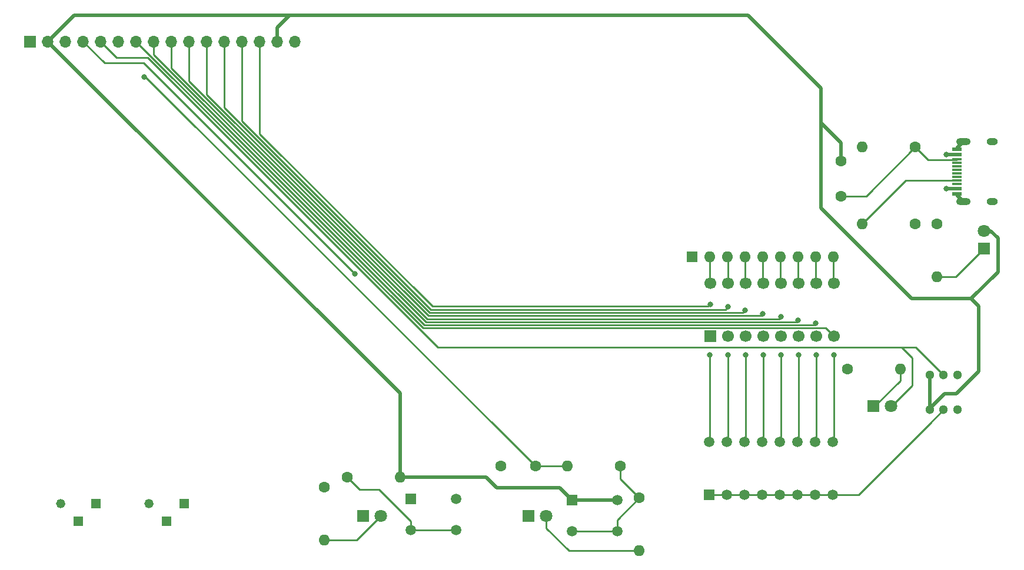
<source format=gtl>
%TF.GenerationSoftware,KiCad,Pcbnew,7.0.10*%
%TF.CreationDate,2024-03-01T13:38:29-08:00*%
%TF.ProjectId,hd44780_tutorial,68643434-3738-4305-9f74-75746f726961,0.9.03*%
%TF.SameCoordinates,Original*%
%TF.FileFunction,Copper,L1,Top*%
%TF.FilePolarity,Positive*%
%FSLAX46Y46*%
G04 Gerber Fmt 4.6, Leading zero omitted, Abs format (unit mm)*
G04 Created by KiCad (PCBNEW 7.0.10) date 2024-03-01 13:38:29*
%MOMM*%
%LPD*%
G01*
G04 APERTURE LIST*
%TA.AperFunction,ComponentPad*%
%ADD10R,1.508000X1.508000*%
%TD*%
%TA.AperFunction,ComponentPad*%
%ADD11C,1.508000*%
%TD*%
%TA.AperFunction,ComponentPad*%
%ADD12C,1.320800*%
%TD*%
%TA.AperFunction,ComponentPad*%
%ADD13R,1.320800X1.320800*%
%TD*%
%TA.AperFunction,ComponentPad*%
%ADD14C,1.600000*%
%TD*%
%TA.AperFunction,ComponentPad*%
%ADD15O,1.600000X1.600000*%
%TD*%
%TA.AperFunction,SMDPad,CuDef*%
%ADD16R,1.450000X0.600000*%
%TD*%
%TA.AperFunction,SMDPad,CuDef*%
%ADD17R,1.450000X0.300000*%
%TD*%
%TA.AperFunction,ComponentPad*%
%ADD18O,2.100000X1.000000*%
%TD*%
%TA.AperFunction,ComponentPad*%
%ADD19O,1.600000X1.000000*%
%TD*%
%TA.AperFunction,ComponentPad*%
%ADD20R,1.800000X1.800000*%
%TD*%
%TA.AperFunction,ComponentPad*%
%ADD21C,1.800000*%
%TD*%
%TA.AperFunction,ComponentPad*%
%ADD22R,1.700000X1.700000*%
%TD*%
%TA.AperFunction,ComponentPad*%
%ADD23O,1.700000X1.700000*%
%TD*%
%TA.AperFunction,ComponentPad*%
%ADD24C,1.700000*%
%TD*%
%TA.AperFunction,ComponentPad*%
%ADD25R,1.600000X1.600000*%
%TD*%
%TA.AperFunction,ComponentPad*%
%ADD26C,1.300000*%
%TD*%
%TA.AperFunction,ViaPad*%
%ADD27C,0.800000*%
%TD*%
%TA.AperFunction,Conductor*%
%ADD28C,0.500000*%
%TD*%
%TA.AperFunction,Conductor*%
%ADD29C,0.250000*%
%TD*%
G04 APERTURE END LIST*
D10*
%TO.P,SW1,1*%
%TO.N,GND*%
X131700000Y-118090000D03*
D11*
%TO.P,SW1,2*%
X138200000Y-118090000D03*
%TO.P,SW1,3*%
%TO.N,/RS*%
X131700000Y-122590000D03*
%TO.P,SW1,4*%
X138200000Y-122590000D03*
%TD*%
D12*
%TO.P,RV1,1,1*%
%TO.N,unconnected-(RV1-Pad1)*%
X81280000Y-118745000D03*
D13*
%TO.P,RV1,2,2*%
%TO.N,/V0*%
X83820000Y-121285000D03*
%TO.P,RV1,3,3*%
%TO.N,GND*%
X86360000Y-118745000D03*
%TD*%
D14*
%TO.P,C2,1*%
%TO.N,+5V*%
X193560000Y-69420000D03*
%TO.P,C2,2*%
%TO.N,Net-(C2-Pad2)*%
X193560000Y-74420000D03*
%TD*%
%TO.P,R2,1*%
%TO.N,Net-(R2-Pad1)*%
X161830000Y-113330000D03*
D15*
%TO.P,R2,2*%
%TO.N,/E*%
X154210000Y-113330000D03*
%TD*%
D14*
%TO.P,C1,1*%
%TO.N,/E*%
X149620000Y-113350000D03*
%TO.P,C1,2*%
%TO.N,GND*%
X144620000Y-113350000D03*
%TD*%
D16*
%TO.P,J2,A1*%
%TO.N,GND*%
X210235000Y-74155000D03*
%TO.P,J2,A4*%
%TO.N,+5V*%
X210235000Y-73355000D03*
D17*
%TO.P,J2,A5*%
%TO.N,Net-(J2-PadA5)*%
X210235000Y-72155000D03*
%TO.P,J2,A6*%
%TO.N,unconnected-(J2-PadA6)*%
X210235000Y-71155000D03*
%TO.P,J2,A7*%
%TO.N,unconnected-(J2-PadA7)*%
X210235000Y-70655000D03*
%TO.P,J2,A8*%
%TO.N,unconnected-(J2-PadA8)*%
X210235000Y-69655000D03*
D16*
%TO.P,J2,A9*%
%TO.N,+5V*%
X210235000Y-68455000D03*
%TO.P,J2,A12*%
%TO.N,GND*%
X210235000Y-67655000D03*
%TO.P,J2,B1*%
X210235000Y-67655000D03*
%TO.P,J2,B4*%
%TO.N,+5V*%
X210235000Y-68455000D03*
D17*
%TO.P,J2,B5*%
%TO.N,Net-(C2-Pad2)*%
X210235000Y-69155000D03*
%TO.P,J2,B6*%
%TO.N,unconnected-(J2-PadB6)*%
X210235000Y-70155000D03*
%TO.P,J2,B7*%
%TO.N,unconnected-(J2-PadB7)*%
X210235000Y-71655000D03*
%TO.P,J2,B8*%
%TO.N,unconnected-(J2-PadB8)*%
X210235000Y-72655000D03*
D16*
%TO.P,J2,B9*%
%TO.N,+5V*%
X210235000Y-73355000D03*
%TO.P,J2,B12*%
%TO.N,GND*%
X210235000Y-74155000D03*
D18*
%TO.P,J2,S1*%
X211150000Y-75225000D03*
D19*
X215330000Y-75225000D03*
D18*
X211150000Y-66585000D03*
D19*
X215330000Y-66585000D03*
%TD*%
D14*
%TO.P,R9,1*%
%TO.N,Net-(R2-Pad1)*%
X164540000Y-117930000D03*
D15*
%TO.P,R9,2*%
%TO.N,Net-(D2-A)*%
X164540000Y-125550000D03*
%TD*%
D20*
%TO.P,D1,1,K*%
%TO.N,GND*%
X124835000Y-120490000D03*
D21*
%TO.P,D1,2,A*%
%TO.N,Net-(D1-A)*%
X127375000Y-120490000D03*
%TD*%
D14*
%TO.P,R6,1*%
%TO.N,GND*%
X207404200Y-78410200D03*
D15*
%TO.P,R6,2*%
%TO.N,Net-(D4-K)*%
X207404200Y-86030200D03*
%TD*%
D20*
%TO.P,D2,1,K*%
%TO.N,GND*%
X148615000Y-120520000D03*
D21*
%TO.P,D2,2,A*%
%TO.N,Net-(D2-A)*%
X151155000Y-120520000D03*
%TD*%
D14*
%TO.P,R8,1*%
%TO.N,GND*%
X204220000Y-78460000D03*
D15*
%TO.P,R8,2*%
%TO.N,Net-(J2-PadA5)*%
X196600000Y-78460000D03*
%TD*%
D22*
%TO.P,J1,1,Pin_1*%
%TO.N,GND*%
X76936600Y-52171600D03*
D23*
%TO.P,J1,2,Pin_2*%
%TO.N,+5V*%
X79476600Y-52171600D03*
%TO.P,J1,3,Pin_3*%
%TO.N,/V0*%
X82016600Y-52171600D03*
%TO.P,J1,4,Pin_4*%
%TO.N,/RS*%
X84556600Y-52171600D03*
%TO.P,J1,5,Pin_5*%
%TO.N,/RW*%
X87096600Y-52171600D03*
%TO.P,J1,6,Pin_6*%
%TO.N,/E*%
X89636600Y-52171600D03*
%TO.P,J1,7,Pin_7*%
%TO.N,/D0*%
X92176600Y-52171600D03*
%TO.P,J1,8,Pin_8*%
%TO.N,/D1*%
X94716600Y-52171600D03*
%TO.P,J1,9,Pin_9*%
%TO.N,/D2*%
X97256600Y-52171600D03*
%TO.P,J1,10,Pin_10*%
%TO.N,/D3*%
X99796600Y-52171600D03*
%TO.P,J1,11,Pin_11*%
%TO.N,/D4*%
X102336600Y-52171600D03*
%TO.P,J1,12,Pin_12*%
%TO.N,/D5*%
X104876600Y-52171600D03*
%TO.P,J1,13,Pin_13*%
%TO.N,/D6*%
X107416600Y-52171600D03*
%TO.P,J1,14,Pin_14*%
%TO.N,/D7*%
X109956600Y-52171600D03*
%TO.P,J1,15,Pin_15*%
%TO.N,+5V*%
X112496600Y-52171600D03*
%TO.P,J1,16,Pin_16*%
%TO.N,/BLK*%
X115036600Y-52171600D03*
%TD*%
D10*
%TO.P,SW2,1*%
%TO.N,+5V*%
X154900000Y-118240000D03*
D11*
%TO.P,SW2,2*%
X161400000Y-118240000D03*
%TO.P,SW2,3*%
%TO.N,Net-(R2-Pad1)*%
X154900000Y-122740000D03*
%TO.P,SW2,4*%
X161400000Y-122740000D03*
%TD*%
D24*
%TO.P,D3,16*%
%TO.N,Net-(RN1-R1)*%
X174731400Y-87024800D03*
%TO.P,D3,15*%
%TO.N,Net-(RN1-R2)*%
X177271400Y-87024800D03*
%TO.P,D3,14*%
%TO.N,Net-(RN1-R3)*%
X179811400Y-87024800D03*
%TO.P,D3,13*%
%TO.N,Net-(RN1-R4)*%
X182351400Y-87024800D03*
%TO.P,D3,12*%
%TO.N,Net-(RN1-R5)*%
X184891400Y-87024800D03*
%TO.P,D3,11*%
%TO.N,Net-(RN1-R6)*%
X187431400Y-87024800D03*
%TO.P,D3,10*%
%TO.N,Net-(RN1-R7)*%
X189971400Y-87024800D03*
%TO.P,D3,9*%
%TO.N,Net-(RN1-R8)*%
X192511400Y-87024800D03*
%TO.P,D3,8*%
%TO.N,/D0*%
X192511400Y-94644800D03*
%TO.P,D3,7*%
%TO.N,/D1*%
X189971400Y-94644800D03*
%TO.P,D3,6*%
%TO.N,/D2*%
X187431400Y-94644800D03*
%TO.P,D3,5*%
%TO.N,/D3*%
X184891400Y-94644800D03*
%TO.P,D3,4*%
%TO.N,/D4*%
X182351400Y-94644800D03*
%TO.P,D3,3*%
%TO.N,/D5*%
X179811400Y-94644800D03*
%TO.P,D3,2*%
%TO.N,/D6*%
X177271400Y-94644800D03*
D22*
%TO.P,D3,1*%
%TO.N,/D7*%
X174731400Y-94644800D03*
%TD*%
D14*
%TO.P,R1,1*%
%TO.N,/RS*%
X119240000Y-116380000D03*
D15*
%TO.P,R1,2*%
%TO.N,Net-(D1-A)*%
X119240000Y-124000000D03*
%TD*%
D14*
%TO.P,R5,1*%
%TO.N,GND*%
X194480000Y-99370000D03*
D15*
%TO.P,R5,2*%
%TO.N,Net-(D6-K)*%
X202100000Y-99370000D03*
%TD*%
D20*
%TO.P,D6,1,K*%
%TO.N,Net-(D6-K)*%
X198260000Y-104700000D03*
D21*
%TO.P,D6,2,A*%
%TO.N,/RW*%
X200800000Y-104700000D03*
%TD*%
D12*
%TO.P,RV2,1,1*%
%TO.N,unconnected-(RV2-Pad1)*%
X93980000Y-118745000D03*
D13*
%TO.P,RV2,2,2*%
%TO.N,/BLK*%
X96520000Y-121285000D03*
%TO.P,RV2,3,3*%
%TO.N,GND*%
X99060000Y-118745000D03*
%TD*%
D10*
%TO.P,SW3,1A*%
%TO.N,Net-(S1-COM_1)*%
X174625000Y-117475000D03*
D11*
%TO.P,SW3,1B*%
%TO.N,/D7*%
X174625000Y-109855000D03*
%TO.P,SW3,2A*%
%TO.N,Net-(S1-COM_1)*%
X177165000Y-117475000D03*
%TO.P,SW3,2B*%
%TO.N,/D6*%
X177165000Y-109855000D03*
%TO.P,SW3,3A*%
%TO.N,Net-(S1-COM_1)*%
X179705000Y-117475000D03*
%TO.P,SW3,3B*%
%TO.N,/D5*%
X179705000Y-109855000D03*
%TO.P,SW3,4A*%
%TO.N,Net-(S1-COM_1)*%
X182245000Y-117475000D03*
%TO.P,SW3,4B*%
%TO.N,/D4*%
X182245000Y-109855000D03*
%TO.P,SW3,5A*%
%TO.N,Net-(S1-COM_1)*%
X184785000Y-117475000D03*
%TO.P,SW3,5B*%
%TO.N,/D3*%
X184785000Y-109855000D03*
%TO.P,SW3,6A*%
%TO.N,Net-(S1-COM_1)*%
X187325000Y-117475000D03*
%TO.P,SW3,6B*%
%TO.N,/D2*%
X187325000Y-109855000D03*
%TO.P,SW3,7A*%
%TO.N,Net-(S1-COM_1)*%
X189865000Y-117475000D03*
%TO.P,SW3,7B*%
%TO.N,/D1*%
X189865000Y-109855000D03*
%TO.P,SW3,8A*%
%TO.N,Net-(S1-COM_1)*%
X192405000Y-117475000D03*
%TO.P,SW3,8B*%
%TO.N,/D0*%
X192405000Y-109855000D03*
%TD*%
D14*
%TO.P,R3,1*%
%TO.N,/RS*%
X122490000Y-114890000D03*
D15*
%TO.P,R3,2*%
%TO.N,+5V*%
X130110000Y-114890000D03*
%TD*%
D25*
%TO.P,RN1,1,common*%
%TO.N,GND*%
X172174600Y-83164400D03*
D15*
%TO.P,RN1,2,R1*%
%TO.N,Net-(RN1-R1)*%
X174714600Y-83164400D03*
%TO.P,RN1,3,R2*%
%TO.N,Net-(RN1-R2)*%
X177254600Y-83164400D03*
%TO.P,RN1,4,R3*%
%TO.N,Net-(RN1-R3)*%
X179794600Y-83164400D03*
%TO.P,RN1,5,R4*%
%TO.N,Net-(RN1-R4)*%
X182334600Y-83164400D03*
%TO.P,RN1,6,R5*%
%TO.N,Net-(RN1-R5)*%
X184874600Y-83164400D03*
%TO.P,RN1,7,R6*%
%TO.N,Net-(RN1-R6)*%
X187414600Y-83164400D03*
%TO.P,RN1,8,R7*%
%TO.N,Net-(RN1-R7)*%
X189954600Y-83164400D03*
%TO.P,RN1,9,R8*%
%TO.N,Net-(RN1-R8)*%
X192494600Y-83164400D03*
%TD*%
D20*
%TO.P,D4,1,K*%
%TO.N,Net-(D4-K)*%
X214144200Y-81990200D03*
D21*
%TO.P,D4,2,A*%
%TO.N,+5V*%
X214144200Y-79450200D03*
%TD*%
D14*
%TO.P,R7,1*%
%TO.N,Net-(C2-Pad2)*%
X204250000Y-67340000D03*
D15*
%TO.P,R7,2*%
%TO.N,GND*%
X196630000Y-67340000D03*
%TD*%
D26*
%TO.P,S1,1,NC_1*%
%TO.N,+5V*%
X206320000Y-105200000D03*
%TO.P,S1,2,COM_1*%
%TO.N,Net-(S1-COM_1)*%
X208320000Y-105200000D03*
%TO.P,S1,3,NO_1*%
%TO.N,unconnected-(S1-NO_1-Pad3)*%
X210320000Y-105200000D03*
%TO.P,S1,4,NC_2*%
%TO.N,+5V*%
X206320000Y-100200000D03*
%TO.P,S1,5,COM_2*%
%TO.N,/RW*%
X208320000Y-100200000D03*
%TO.P,S1,6,NO_2*%
%TO.N,GND*%
X210320000Y-100200000D03*
%TD*%
D27*
%TO.N,/D7*%
X174740000Y-90040400D03*
X174673800Y-97284800D03*
%TO.N,/D6*%
X177320000Y-90410000D03*
X177311400Y-97284800D03*
%TO.N,/D5*%
X179790000Y-90860000D03*
X179830000Y-97284800D03*
%TO.N,/D4*%
X182340000Y-91390400D03*
X182371400Y-97284800D03*
%TO.N,/D3*%
X184940000Y-91840400D03*
X184941400Y-97284800D03*
%TO.N,/D2*%
X187481400Y-97284800D03*
X187390000Y-92290000D03*
%TO.N,/D1*%
X190051400Y-97284800D03*
X189960000Y-92740400D03*
%TO.N,/D0*%
X192521400Y-97284800D03*
%TO.N,+5V*%
X208750000Y-73345000D03*
X208750000Y-68435000D03*
%TO.N,/RS*%
X123630000Y-85660000D03*
%TO.N,/E*%
X93345000Y-57235000D03*
%TD*%
D28*
%TO.N,+5V*%
X206320000Y-105015000D02*
X206320000Y-105200000D01*
X208465000Y-102870000D02*
X206320000Y-105015000D01*
X213360000Y-99695000D02*
X210185000Y-102870000D01*
X213360000Y-90270000D02*
X213360000Y-99695000D01*
X212305000Y-89215000D02*
X213360000Y-90270000D01*
X210185000Y-102870000D02*
X208465000Y-102870000D01*
X206320000Y-105200000D02*
X206320000Y-100200000D01*
%TO.N,GND*%
X210235000Y-74310000D02*
X211150000Y-75225000D01*
X210235000Y-67500000D02*
X211150000Y-66585000D01*
X210235000Y-67655000D02*
X210235000Y-67500000D01*
D29*
%TO.N,Net-(D1-A)*%
X123865000Y-124000000D02*
X127375000Y-120490000D01*
X119240000Y-124000000D02*
X123865000Y-124000000D01*
%TO.N,Net-(D2-A)*%
X164540000Y-125550000D02*
X154440000Y-125550000D01*
X151155000Y-122265000D02*
X151155000Y-120520000D01*
X154440000Y-125550000D02*
X151155000Y-122265000D01*
%TO.N,/D7*%
X134775172Y-90315400D02*
X109956600Y-65496828D01*
X174465000Y-90315400D02*
X134775172Y-90315400D01*
X109956600Y-65496828D02*
X109956600Y-52171600D01*
X174673800Y-109806200D02*
X174625000Y-109855000D01*
X174740000Y-90040400D02*
X174465000Y-90315400D01*
X174673800Y-97284800D02*
X174673800Y-109806200D01*
%TO.N,/D6*%
X177311400Y-97284800D02*
X177311400Y-109708600D01*
X134588776Y-90765400D02*
X107416600Y-63593224D01*
X177311400Y-109708600D02*
X177165000Y-109855000D01*
X176964600Y-90765400D02*
X134588776Y-90765400D01*
X107416600Y-63593224D02*
X107416600Y-52171600D01*
X177320000Y-90410000D02*
X176964600Y-90765400D01*
%TO.N,/D5*%
X179830000Y-109730000D02*
X179705000Y-109855000D01*
X179434600Y-91215400D02*
X134402380Y-91215400D01*
X104876600Y-61689620D02*
X104876600Y-52171600D01*
X179790000Y-90860000D02*
X179434600Y-91215400D01*
X134402380Y-91215400D02*
X104876600Y-61689620D01*
X179830000Y-97284800D02*
X179830000Y-109730000D01*
%TO.N,/D4*%
X182340000Y-91390400D02*
X182065000Y-91665400D01*
X182371400Y-97284800D02*
X182361400Y-97294800D01*
X102336600Y-59786016D02*
X102336600Y-52171600D01*
X134215984Y-91665400D02*
X102336600Y-59786016D01*
X182361400Y-109738600D02*
X182245000Y-109855000D01*
X182361400Y-97294800D02*
X182361400Y-109738600D01*
X182065000Y-91665400D02*
X134215984Y-91665400D01*
%TO.N,/D3*%
X184931400Y-107614800D02*
X184941400Y-107624800D01*
X184941400Y-107624800D02*
X184941400Y-109698600D01*
X134029588Y-92115400D02*
X99796600Y-57882412D01*
X184940000Y-91840400D02*
X184665000Y-92115400D01*
X184941400Y-97284800D02*
X184941400Y-107604800D01*
X99796600Y-57882412D02*
X99796600Y-52171600D01*
X184941400Y-107604800D02*
X184931400Y-107614800D01*
X184665000Y-92115400D02*
X134029588Y-92115400D01*
X184941400Y-109698600D02*
X184785000Y-109855000D01*
%TO.N,/D2*%
X187325000Y-109855000D02*
X187471400Y-109708600D01*
X187114600Y-92565400D02*
X133843192Y-92565400D01*
X187471400Y-109708600D02*
X187471400Y-97294800D01*
X97256600Y-55978808D02*
X97256600Y-52171600D01*
X133843192Y-92565400D02*
X97256600Y-55978808D01*
X187390000Y-92290000D02*
X187114600Y-92565400D01*
X187471400Y-97294800D02*
X187481400Y-97284800D01*
%TO.N,/D1*%
X190041400Y-109678600D02*
X190041400Y-97294800D01*
X189685000Y-93015400D02*
X133656796Y-93015400D01*
X189960000Y-92740400D02*
X189685000Y-93015400D01*
X189865000Y-109855000D02*
X190041400Y-109678600D01*
X190041400Y-97294800D02*
X190051400Y-97284800D01*
X133656796Y-93015400D02*
X94716600Y-54075204D01*
X94716600Y-54075204D02*
X94716600Y-52171600D01*
%TO.N,/D0*%
X133470400Y-93465400D02*
X191340200Y-93465400D01*
X92176600Y-52171600D02*
X133470400Y-93465400D01*
X191340200Y-93465400D02*
X192520000Y-94645200D01*
X192405000Y-109855000D02*
X192511400Y-109748600D01*
X192511400Y-97294800D02*
X192521400Y-97284800D01*
X192511400Y-109748600D02*
X192511400Y-97294800D01*
%TO.N,Net-(RN1-R8)*%
X192494600Y-86999800D02*
X192520000Y-87025200D01*
X192494600Y-83164400D02*
X192494600Y-86999800D01*
%TO.N,Net-(RN1-R7)*%
X189954600Y-83164400D02*
X189954600Y-86999800D01*
X189954600Y-86999800D02*
X189980000Y-87025200D01*
%TO.N,Net-(RN1-R6)*%
X187414600Y-83164400D02*
X187414600Y-86999800D01*
X187414600Y-86999800D02*
X187440000Y-87025200D01*
%TO.N,Net-(RN1-R5)*%
X184874600Y-83164400D02*
X184874600Y-86999800D01*
X184874600Y-86999800D02*
X184900000Y-87025200D01*
%TO.N,Net-(RN1-R4)*%
X182334600Y-86999800D02*
X182360000Y-87025200D01*
X182334600Y-83164400D02*
X182334600Y-86999800D01*
%TO.N,Net-(RN1-R3)*%
X179794600Y-83164400D02*
X179794600Y-86999800D01*
X179794600Y-86999800D02*
X179820000Y-87025200D01*
%TO.N,Net-(RN1-R2)*%
X177280000Y-83189800D02*
X177254600Y-83164400D01*
X177280000Y-87025200D02*
X177280000Y-83189800D01*
%TO.N,Net-(RN1-R1)*%
X174714600Y-83164400D02*
X174714600Y-86999800D01*
X174714600Y-86999800D02*
X174740000Y-87025200D01*
%TO.N,Net-(D4-K)*%
X207404200Y-86030200D02*
X210104200Y-86030200D01*
X210104200Y-86030200D02*
X214144200Y-81990200D01*
D28*
%TO.N,+5V*%
X216140000Y-85380000D02*
X212305000Y-89215000D01*
X130130000Y-114910000D02*
X130170000Y-114950000D01*
X79476600Y-52171600D02*
X83278200Y-48370000D01*
X144070000Y-116490000D02*
X153120000Y-116490000D01*
X83278200Y-48370000D02*
X114250000Y-48370000D01*
X216140000Y-80490000D02*
X216140000Y-85380000D01*
X210215000Y-68435000D02*
X210235000Y-68455000D01*
X190710000Y-58910000D02*
X180170000Y-48370000D01*
X130170000Y-114950000D02*
X142530000Y-114950000D01*
X215100200Y-79450200D02*
X216140000Y-80490000D01*
X180170000Y-48370000D02*
X114250000Y-48370000D01*
X208750000Y-68435000D02*
X210215000Y-68435000D01*
X190710000Y-76180000D02*
X190710000Y-58910000D01*
X212305000Y-89215000D02*
X203745000Y-89215000D01*
X154900000Y-118240000D02*
X161400000Y-118240000D01*
X79476600Y-52171600D02*
X130130000Y-102825000D01*
X193560000Y-66730000D02*
X193560000Y-69420000D01*
X203745000Y-89215000D02*
X190710000Y-76180000D01*
X190700000Y-63870000D02*
X193560000Y-66730000D01*
X214144200Y-79450200D02*
X215100200Y-79450200D01*
X112496600Y-50123400D02*
X114250000Y-48370000D01*
X153120000Y-116490000D02*
X154900000Y-118270000D01*
X213481697Y-79450200D02*
X214144200Y-79450200D01*
X208760000Y-73355000D02*
X208750000Y-73345000D01*
X112496600Y-52171600D02*
X112496600Y-50123400D01*
X210235000Y-73355000D02*
X208760000Y-73355000D01*
X130130000Y-102825000D02*
X130130000Y-114910000D01*
X142530000Y-114950000D02*
X144070000Y-116490000D01*
D29*
%TO.N,/RS*%
X123630000Y-85660000D02*
X93200000Y-55230000D01*
X131700000Y-122590000D02*
X138200000Y-122590000D01*
X131700000Y-121290000D02*
X131700000Y-122590000D01*
X124320000Y-116720000D02*
X127130000Y-116720000D01*
X127130000Y-116720000D02*
X131700000Y-121290000D01*
X93200000Y-55230000D02*
X87615000Y-55230000D01*
X87615000Y-55230000D02*
X84556600Y-52171600D01*
X122490000Y-114890000D02*
X124320000Y-116720000D01*
%TO.N,/RW*%
X135588604Y-96220000D02*
X93808604Y-54440000D01*
X200815000Y-104710000D02*
X203835000Y-101690000D01*
X202300000Y-96220000D02*
X204340000Y-96220000D01*
X202300000Y-96220000D02*
X135588604Y-96220000D01*
X89365000Y-54440000D02*
X87096600Y-52171600D01*
X203835000Y-101690000D02*
X203835000Y-97755000D01*
X204340000Y-96220000D02*
X208320000Y-100200000D01*
X203835000Y-97755000D02*
X202300000Y-96220000D01*
X93808604Y-54440000D02*
X89365000Y-54440000D01*
%TO.N,Net-(J2-PadA5)*%
X196600000Y-78460000D02*
X202905000Y-72155000D01*
X202905000Y-72155000D02*
X210235000Y-72155000D01*
%TO.N,Net-(C2-Pad2)*%
X197170000Y-74420000D02*
X193560000Y-74420000D01*
X206090000Y-69180000D02*
X210210000Y-69180000D01*
X204250000Y-67340000D02*
X197170000Y-74420000D01*
X204250000Y-67340000D02*
X206090000Y-69180000D01*
%TO.N,Net-(R2-Pad1)*%
X164540000Y-117930000D02*
X161400000Y-121070000D01*
X164540000Y-117920000D02*
X164540000Y-117930000D01*
X161400000Y-121070000D02*
X161400000Y-122740000D01*
X154900000Y-122740000D02*
X161400000Y-122740000D01*
X161830000Y-115210000D02*
X164540000Y-117920000D01*
X161830000Y-113330000D02*
X161830000Y-115210000D01*
%TO.N,Net-(D6-K)*%
X198415000Y-104710000D02*
X202100000Y-101025000D01*
X198275000Y-104710000D02*
X198415000Y-104710000D01*
X202100000Y-101025000D02*
X202100000Y-99370000D01*
%TO.N,/E*%
X149620000Y-113350000D02*
X149640000Y-113330000D01*
X149620000Y-113330000D02*
X149620000Y-113350000D01*
X93525000Y-57235000D02*
X149620000Y-113330000D01*
X93345000Y-57235000D02*
X93525000Y-57235000D01*
X149640000Y-113330000D02*
X154210000Y-113330000D01*
%TO.N,Net-(S1-COM_1)*%
X206320000Y-107200000D02*
X208320000Y-105200000D01*
X206320000Y-107220000D02*
X206320000Y-107200000D01*
X174625000Y-117475000D02*
X196065000Y-117475000D01*
X196065000Y-117475000D02*
X206320000Y-107220000D01*
%TD*%
M02*

</source>
